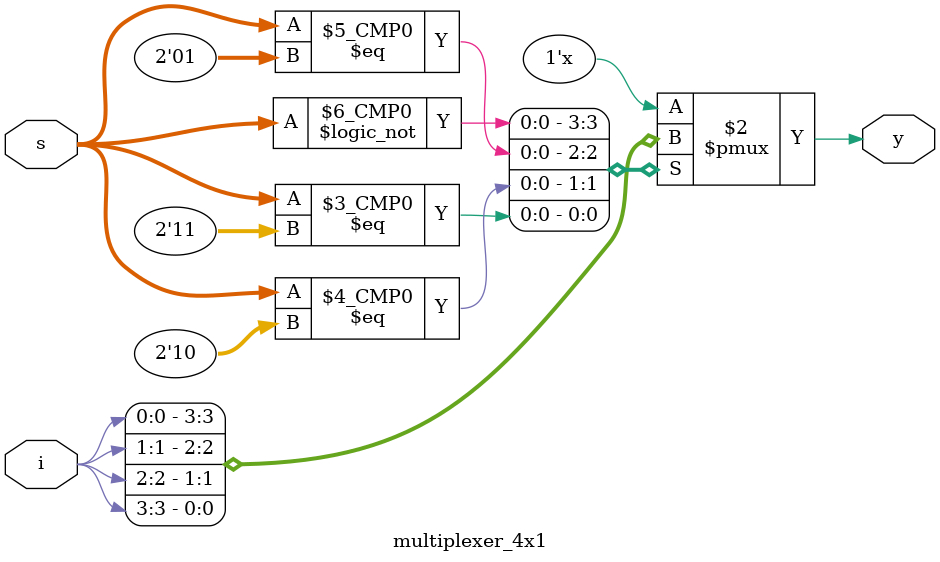
<source format=v>
module multiplexer_4x1(y,s,i);
output reg y;
input [1:0]s;
input [3:0]i;
always @(s,i)
begin
case(s)
2'b00:y=i[0];
2'b01:y=i[1];
2'b10:y=i[2];
2'b11:y=i[3];
endcase
end
endmodule
</source>
